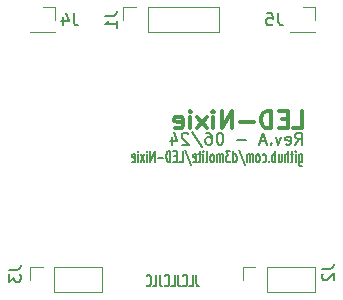
<source format=gbr>
%TF.GenerationSoftware,KiCad,Pcbnew,8.0.3*%
%TF.CreationDate,2024-07-13T20:36:06+02:00*%
%TF.ProjectId,Led Nixie,4c656420-4e69-4786-9965-2e6b69636164,rev?*%
%TF.SameCoordinates,Original*%
%TF.FileFunction,Legend,Bot*%
%TF.FilePolarity,Positive*%
%FSLAX46Y46*%
G04 Gerber Fmt 4.6, Leading zero omitted, Abs format (unit mm)*
G04 Created by KiCad (PCBNEW 8.0.3) date 2024-07-13 20:36:06*
%MOMM*%
%LPD*%
G01*
G04 APERTURE LIST*
%ADD10C,0.300000*%
%ADD11C,0.150000*%
%ADD12C,0.120000*%
G04 APERTURE END LIST*
D10*
X110231203Y-38200828D02*
X110945489Y-38200828D01*
X110945489Y-38200828D02*
X110945489Y-36700828D01*
X109731203Y-37415114D02*
X109231203Y-37415114D01*
X109016917Y-38200828D02*
X109731203Y-38200828D01*
X109731203Y-38200828D02*
X109731203Y-36700828D01*
X109731203Y-36700828D02*
X109016917Y-36700828D01*
X108374060Y-38200828D02*
X108374060Y-36700828D01*
X108374060Y-36700828D02*
X108016917Y-36700828D01*
X108016917Y-36700828D02*
X107802631Y-36772257D01*
X107802631Y-36772257D02*
X107659774Y-36915114D01*
X107659774Y-36915114D02*
X107588345Y-37057971D01*
X107588345Y-37057971D02*
X107516917Y-37343685D01*
X107516917Y-37343685D02*
X107516917Y-37557971D01*
X107516917Y-37557971D02*
X107588345Y-37843685D01*
X107588345Y-37843685D02*
X107659774Y-37986542D01*
X107659774Y-37986542D02*
X107802631Y-38129400D01*
X107802631Y-38129400D02*
X108016917Y-38200828D01*
X108016917Y-38200828D02*
X108374060Y-38200828D01*
X106874060Y-37629400D02*
X105731203Y-37629400D01*
X105016917Y-38200828D02*
X105016917Y-36700828D01*
X105016917Y-36700828D02*
X104159774Y-38200828D01*
X104159774Y-38200828D02*
X104159774Y-36700828D01*
X103445488Y-38200828D02*
X103445488Y-37200828D01*
X103445488Y-36700828D02*
X103516916Y-36772257D01*
X103516916Y-36772257D02*
X103445488Y-36843685D01*
X103445488Y-36843685D02*
X103374059Y-36772257D01*
X103374059Y-36772257D02*
X103445488Y-36700828D01*
X103445488Y-36700828D02*
X103445488Y-36843685D01*
X102874059Y-38200828D02*
X102088345Y-37200828D01*
X102874059Y-37200828D02*
X102088345Y-38200828D01*
X101516916Y-38200828D02*
X101516916Y-37200828D01*
X101516916Y-36700828D02*
X101588344Y-36772257D01*
X101588344Y-36772257D02*
X101516916Y-36843685D01*
X101516916Y-36843685D02*
X101445487Y-36772257D01*
X101445487Y-36772257D02*
X101516916Y-36700828D01*
X101516916Y-36700828D02*
X101516916Y-36843685D01*
X100231201Y-38129400D02*
X100374058Y-38200828D01*
X100374058Y-38200828D02*
X100659773Y-38200828D01*
X100659773Y-38200828D02*
X100802630Y-38129400D01*
X100802630Y-38129400D02*
X100874058Y-37986542D01*
X100874058Y-37986542D02*
X100874058Y-37415114D01*
X100874058Y-37415114D02*
X100802630Y-37272257D01*
X100802630Y-37272257D02*
X100659773Y-37200828D01*
X100659773Y-37200828D02*
X100374058Y-37200828D01*
X100374058Y-37200828D02*
X100231201Y-37272257D01*
X100231201Y-37272257D02*
X100159773Y-37415114D01*
X100159773Y-37415114D02*
X100159773Y-37557971D01*
X100159773Y-37557971D02*
X100874058Y-37700828D01*
D11*
X110391792Y-39569819D02*
X110725125Y-39093628D01*
X110963220Y-39569819D02*
X110963220Y-38569819D01*
X110963220Y-38569819D02*
X110582268Y-38569819D01*
X110582268Y-38569819D02*
X110487030Y-38617438D01*
X110487030Y-38617438D02*
X110439411Y-38665057D01*
X110439411Y-38665057D02*
X110391792Y-38760295D01*
X110391792Y-38760295D02*
X110391792Y-38903152D01*
X110391792Y-38903152D02*
X110439411Y-38998390D01*
X110439411Y-38998390D02*
X110487030Y-39046009D01*
X110487030Y-39046009D02*
X110582268Y-39093628D01*
X110582268Y-39093628D02*
X110963220Y-39093628D01*
X109582268Y-39522200D02*
X109677506Y-39569819D01*
X109677506Y-39569819D02*
X109867982Y-39569819D01*
X109867982Y-39569819D02*
X109963220Y-39522200D01*
X109963220Y-39522200D02*
X110010839Y-39426961D01*
X110010839Y-39426961D02*
X110010839Y-39046009D01*
X110010839Y-39046009D02*
X109963220Y-38950771D01*
X109963220Y-38950771D02*
X109867982Y-38903152D01*
X109867982Y-38903152D02*
X109677506Y-38903152D01*
X109677506Y-38903152D02*
X109582268Y-38950771D01*
X109582268Y-38950771D02*
X109534649Y-39046009D01*
X109534649Y-39046009D02*
X109534649Y-39141247D01*
X109534649Y-39141247D02*
X110010839Y-39236485D01*
X109201315Y-38903152D02*
X108963220Y-39569819D01*
X108963220Y-39569819D02*
X108725125Y-38903152D01*
X108344172Y-39474580D02*
X108296553Y-39522200D01*
X108296553Y-39522200D02*
X108344172Y-39569819D01*
X108344172Y-39569819D02*
X108391791Y-39522200D01*
X108391791Y-39522200D02*
X108344172Y-39474580D01*
X108344172Y-39474580D02*
X108344172Y-39569819D01*
X107915601Y-39284104D02*
X107439411Y-39284104D01*
X108010839Y-39569819D02*
X107677506Y-38569819D01*
X107677506Y-38569819D02*
X107344173Y-39569819D01*
X106248934Y-39188866D02*
X105487030Y-39188866D01*
X104058458Y-38569819D02*
X103963220Y-38569819D01*
X103963220Y-38569819D02*
X103867982Y-38617438D01*
X103867982Y-38617438D02*
X103820363Y-38665057D01*
X103820363Y-38665057D02*
X103772744Y-38760295D01*
X103772744Y-38760295D02*
X103725125Y-38950771D01*
X103725125Y-38950771D02*
X103725125Y-39188866D01*
X103725125Y-39188866D02*
X103772744Y-39379342D01*
X103772744Y-39379342D02*
X103820363Y-39474580D01*
X103820363Y-39474580D02*
X103867982Y-39522200D01*
X103867982Y-39522200D02*
X103963220Y-39569819D01*
X103963220Y-39569819D02*
X104058458Y-39569819D01*
X104058458Y-39569819D02*
X104153696Y-39522200D01*
X104153696Y-39522200D02*
X104201315Y-39474580D01*
X104201315Y-39474580D02*
X104248934Y-39379342D01*
X104248934Y-39379342D02*
X104296553Y-39188866D01*
X104296553Y-39188866D02*
X104296553Y-38950771D01*
X104296553Y-38950771D02*
X104248934Y-38760295D01*
X104248934Y-38760295D02*
X104201315Y-38665057D01*
X104201315Y-38665057D02*
X104153696Y-38617438D01*
X104153696Y-38617438D02*
X104058458Y-38569819D01*
X102867982Y-38569819D02*
X103058458Y-38569819D01*
X103058458Y-38569819D02*
X103153696Y-38617438D01*
X103153696Y-38617438D02*
X103201315Y-38665057D01*
X103201315Y-38665057D02*
X103296553Y-38807914D01*
X103296553Y-38807914D02*
X103344172Y-38998390D01*
X103344172Y-38998390D02*
X103344172Y-39379342D01*
X103344172Y-39379342D02*
X103296553Y-39474580D01*
X103296553Y-39474580D02*
X103248934Y-39522200D01*
X103248934Y-39522200D02*
X103153696Y-39569819D01*
X103153696Y-39569819D02*
X102963220Y-39569819D01*
X102963220Y-39569819D02*
X102867982Y-39522200D01*
X102867982Y-39522200D02*
X102820363Y-39474580D01*
X102820363Y-39474580D02*
X102772744Y-39379342D01*
X102772744Y-39379342D02*
X102772744Y-39141247D01*
X102772744Y-39141247D02*
X102820363Y-39046009D01*
X102820363Y-39046009D02*
X102867982Y-38998390D01*
X102867982Y-38998390D02*
X102963220Y-38950771D01*
X102963220Y-38950771D02*
X103153696Y-38950771D01*
X103153696Y-38950771D02*
X103248934Y-38998390D01*
X103248934Y-38998390D02*
X103296553Y-39046009D01*
X103296553Y-39046009D02*
X103344172Y-39141247D01*
X101629887Y-38522200D02*
X102487029Y-39807914D01*
X101344172Y-38665057D02*
X101296553Y-38617438D01*
X101296553Y-38617438D02*
X101201315Y-38569819D01*
X101201315Y-38569819D02*
X100963220Y-38569819D01*
X100963220Y-38569819D02*
X100867982Y-38617438D01*
X100867982Y-38617438D02*
X100820363Y-38665057D01*
X100820363Y-38665057D02*
X100772744Y-38760295D01*
X100772744Y-38760295D02*
X100772744Y-38855533D01*
X100772744Y-38855533D02*
X100820363Y-38998390D01*
X100820363Y-38998390D02*
X101391791Y-39569819D01*
X101391791Y-39569819D02*
X100772744Y-39569819D01*
X99915601Y-38903152D02*
X99915601Y-39569819D01*
X100153696Y-38522200D02*
X100391791Y-39236485D01*
X100391791Y-39236485D02*
X99772744Y-39236485D01*
X101999999Y-50569819D02*
X101999999Y-51284104D01*
X101999999Y-51284104D02*
X102028570Y-51426961D01*
X102028570Y-51426961D02*
X102085713Y-51522200D01*
X102085713Y-51522200D02*
X102171427Y-51569819D01*
X102171427Y-51569819D02*
X102228570Y-51569819D01*
X101428570Y-51569819D02*
X101714284Y-51569819D01*
X101714284Y-51569819D02*
X101714284Y-50569819D01*
X100885713Y-51474580D02*
X100914285Y-51522200D01*
X100914285Y-51522200D02*
X100999999Y-51569819D01*
X100999999Y-51569819D02*
X101057142Y-51569819D01*
X101057142Y-51569819D02*
X101142856Y-51522200D01*
X101142856Y-51522200D02*
X101199999Y-51426961D01*
X101199999Y-51426961D02*
X101228570Y-51331723D01*
X101228570Y-51331723D02*
X101257142Y-51141247D01*
X101257142Y-51141247D02*
X101257142Y-50998390D01*
X101257142Y-50998390D02*
X101228570Y-50807914D01*
X101228570Y-50807914D02*
X101199999Y-50712676D01*
X101199999Y-50712676D02*
X101142856Y-50617438D01*
X101142856Y-50617438D02*
X101057142Y-50569819D01*
X101057142Y-50569819D02*
X100999999Y-50569819D01*
X100999999Y-50569819D02*
X100914285Y-50617438D01*
X100914285Y-50617438D02*
X100885713Y-50665057D01*
X100457142Y-50569819D02*
X100457142Y-51284104D01*
X100457142Y-51284104D02*
X100485713Y-51426961D01*
X100485713Y-51426961D02*
X100542856Y-51522200D01*
X100542856Y-51522200D02*
X100628570Y-51569819D01*
X100628570Y-51569819D02*
X100685713Y-51569819D01*
X99885713Y-51569819D02*
X100171427Y-51569819D01*
X100171427Y-51569819D02*
X100171427Y-50569819D01*
X99342856Y-51474580D02*
X99371428Y-51522200D01*
X99371428Y-51522200D02*
X99457142Y-51569819D01*
X99457142Y-51569819D02*
X99514285Y-51569819D01*
X99514285Y-51569819D02*
X99599999Y-51522200D01*
X99599999Y-51522200D02*
X99657142Y-51426961D01*
X99657142Y-51426961D02*
X99685713Y-51331723D01*
X99685713Y-51331723D02*
X99714285Y-51141247D01*
X99714285Y-51141247D02*
X99714285Y-50998390D01*
X99714285Y-50998390D02*
X99685713Y-50807914D01*
X99685713Y-50807914D02*
X99657142Y-50712676D01*
X99657142Y-50712676D02*
X99599999Y-50617438D01*
X99599999Y-50617438D02*
X99514285Y-50569819D01*
X99514285Y-50569819D02*
X99457142Y-50569819D01*
X99457142Y-50569819D02*
X99371428Y-50617438D01*
X99371428Y-50617438D02*
X99342856Y-50665057D01*
X98914285Y-50569819D02*
X98914285Y-51284104D01*
X98914285Y-51284104D02*
X98942856Y-51426961D01*
X98942856Y-51426961D02*
X98999999Y-51522200D01*
X98999999Y-51522200D02*
X99085713Y-51569819D01*
X99085713Y-51569819D02*
X99142856Y-51569819D01*
X98342856Y-51569819D02*
X98628570Y-51569819D01*
X98628570Y-51569819D02*
X98628570Y-50569819D01*
X97799999Y-51474580D02*
X97828571Y-51522200D01*
X97828571Y-51522200D02*
X97914285Y-51569819D01*
X97914285Y-51569819D02*
X97971428Y-51569819D01*
X97971428Y-51569819D02*
X98057142Y-51522200D01*
X98057142Y-51522200D02*
X98114285Y-51426961D01*
X98114285Y-51426961D02*
X98142856Y-51331723D01*
X98142856Y-51331723D02*
X98171428Y-51141247D01*
X98171428Y-51141247D02*
X98171428Y-50998390D01*
X98171428Y-50998390D02*
X98142856Y-50807914D01*
X98142856Y-50807914D02*
X98114285Y-50712676D01*
X98114285Y-50712676D02*
X98057142Y-50617438D01*
X98057142Y-50617438D02*
X97971428Y-50569819D01*
X97971428Y-50569819D02*
X97914285Y-50569819D01*
X97914285Y-50569819D02*
X97828571Y-50617438D01*
X97828571Y-50617438D02*
X97799999Y-50665057D01*
X110701316Y-40403152D02*
X110701316Y-41212676D01*
X110701316Y-41212676D02*
X110729887Y-41307914D01*
X110729887Y-41307914D02*
X110758458Y-41355533D01*
X110758458Y-41355533D02*
X110815601Y-41403152D01*
X110815601Y-41403152D02*
X110901316Y-41403152D01*
X110901316Y-41403152D02*
X110958458Y-41355533D01*
X110701316Y-41022200D02*
X110758458Y-41069819D01*
X110758458Y-41069819D02*
X110872744Y-41069819D01*
X110872744Y-41069819D02*
X110929887Y-41022200D01*
X110929887Y-41022200D02*
X110958458Y-40974580D01*
X110958458Y-40974580D02*
X110987030Y-40879342D01*
X110987030Y-40879342D02*
X110987030Y-40593628D01*
X110987030Y-40593628D02*
X110958458Y-40498390D01*
X110958458Y-40498390D02*
X110929887Y-40450771D01*
X110929887Y-40450771D02*
X110872744Y-40403152D01*
X110872744Y-40403152D02*
X110758458Y-40403152D01*
X110758458Y-40403152D02*
X110701316Y-40450771D01*
X110415601Y-41069819D02*
X110415601Y-40403152D01*
X110415601Y-40069819D02*
X110444173Y-40117438D01*
X110444173Y-40117438D02*
X110415601Y-40165057D01*
X110415601Y-40165057D02*
X110387030Y-40117438D01*
X110387030Y-40117438D02*
X110415601Y-40069819D01*
X110415601Y-40069819D02*
X110415601Y-40165057D01*
X110215602Y-40403152D02*
X109987030Y-40403152D01*
X110129887Y-40069819D02*
X110129887Y-40926961D01*
X110129887Y-40926961D02*
X110101316Y-41022200D01*
X110101316Y-41022200D02*
X110044173Y-41069819D01*
X110044173Y-41069819D02*
X109987030Y-41069819D01*
X109787030Y-41069819D02*
X109787030Y-40069819D01*
X109529888Y-41069819D02*
X109529888Y-40546009D01*
X109529888Y-40546009D02*
X109558459Y-40450771D01*
X109558459Y-40450771D02*
X109615602Y-40403152D01*
X109615602Y-40403152D02*
X109701316Y-40403152D01*
X109701316Y-40403152D02*
X109758459Y-40450771D01*
X109758459Y-40450771D02*
X109787030Y-40498390D01*
X108987031Y-40403152D02*
X108987031Y-41069819D01*
X109244173Y-40403152D02*
X109244173Y-40926961D01*
X109244173Y-40926961D02*
X109215602Y-41022200D01*
X109215602Y-41022200D02*
X109158459Y-41069819D01*
X109158459Y-41069819D02*
X109072745Y-41069819D01*
X109072745Y-41069819D02*
X109015602Y-41022200D01*
X109015602Y-41022200D02*
X108987031Y-40974580D01*
X108701316Y-41069819D02*
X108701316Y-40069819D01*
X108701316Y-40450771D02*
X108644174Y-40403152D01*
X108644174Y-40403152D02*
X108529888Y-40403152D01*
X108529888Y-40403152D02*
X108472745Y-40450771D01*
X108472745Y-40450771D02*
X108444174Y-40498390D01*
X108444174Y-40498390D02*
X108415602Y-40593628D01*
X108415602Y-40593628D02*
X108415602Y-40879342D01*
X108415602Y-40879342D02*
X108444174Y-40974580D01*
X108444174Y-40974580D02*
X108472745Y-41022200D01*
X108472745Y-41022200D02*
X108529888Y-41069819D01*
X108529888Y-41069819D02*
X108644174Y-41069819D01*
X108644174Y-41069819D02*
X108701316Y-41022200D01*
X108158459Y-40974580D02*
X108129888Y-41022200D01*
X108129888Y-41022200D02*
X108158459Y-41069819D01*
X108158459Y-41069819D02*
X108187031Y-41022200D01*
X108187031Y-41022200D02*
X108158459Y-40974580D01*
X108158459Y-40974580D02*
X108158459Y-41069819D01*
X107615603Y-41022200D02*
X107672745Y-41069819D01*
X107672745Y-41069819D02*
X107787031Y-41069819D01*
X107787031Y-41069819D02*
X107844174Y-41022200D01*
X107844174Y-41022200D02*
X107872745Y-40974580D01*
X107872745Y-40974580D02*
X107901317Y-40879342D01*
X107901317Y-40879342D02*
X107901317Y-40593628D01*
X107901317Y-40593628D02*
X107872745Y-40498390D01*
X107872745Y-40498390D02*
X107844174Y-40450771D01*
X107844174Y-40450771D02*
X107787031Y-40403152D01*
X107787031Y-40403152D02*
X107672745Y-40403152D01*
X107672745Y-40403152D02*
X107615603Y-40450771D01*
X107272745Y-41069819D02*
X107329888Y-41022200D01*
X107329888Y-41022200D02*
X107358459Y-40974580D01*
X107358459Y-40974580D02*
X107387031Y-40879342D01*
X107387031Y-40879342D02*
X107387031Y-40593628D01*
X107387031Y-40593628D02*
X107358459Y-40498390D01*
X107358459Y-40498390D02*
X107329888Y-40450771D01*
X107329888Y-40450771D02*
X107272745Y-40403152D01*
X107272745Y-40403152D02*
X107187031Y-40403152D01*
X107187031Y-40403152D02*
X107129888Y-40450771D01*
X107129888Y-40450771D02*
X107101317Y-40498390D01*
X107101317Y-40498390D02*
X107072745Y-40593628D01*
X107072745Y-40593628D02*
X107072745Y-40879342D01*
X107072745Y-40879342D02*
X107101317Y-40974580D01*
X107101317Y-40974580D02*
X107129888Y-41022200D01*
X107129888Y-41022200D02*
X107187031Y-41069819D01*
X107187031Y-41069819D02*
X107272745Y-41069819D01*
X106815602Y-41069819D02*
X106815602Y-40403152D01*
X106815602Y-40498390D02*
X106787031Y-40450771D01*
X106787031Y-40450771D02*
X106729888Y-40403152D01*
X106729888Y-40403152D02*
X106644174Y-40403152D01*
X106644174Y-40403152D02*
X106587031Y-40450771D01*
X106587031Y-40450771D02*
X106558460Y-40546009D01*
X106558460Y-40546009D02*
X106558460Y-41069819D01*
X106558460Y-40546009D02*
X106529888Y-40450771D01*
X106529888Y-40450771D02*
X106472745Y-40403152D01*
X106472745Y-40403152D02*
X106387031Y-40403152D01*
X106387031Y-40403152D02*
X106329888Y-40450771D01*
X106329888Y-40450771D02*
X106301317Y-40546009D01*
X106301317Y-40546009D02*
X106301317Y-41069819D01*
X105587031Y-40022200D02*
X106101317Y-41307914D01*
X105129889Y-41069819D02*
X105129889Y-40069819D01*
X105129889Y-41022200D02*
X105187031Y-41069819D01*
X105187031Y-41069819D02*
X105301317Y-41069819D01*
X105301317Y-41069819D02*
X105358460Y-41022200D01*
X105358460Y-41022200D02*
X105387031Y-40974580D01*
X105387031Y-40974580D02*
X105415603Y-40879342D01*
X105415603Y-40879342D02*
X105415603Y-40593628D01*
X105415603Y-40593628D02*
X105387031Y-40498390D01*
X105387031Y-40498390D02*
X105358460Y-40450771D01*
X105358460Y-40450771D02*
X105301317Y-40403152D01*
X105301317Y-40403152D02*
X105187031Y-40403152D01*
X105187031Y-40403152D02*
X105129889Y-40450771D01*
X104901317Y-40069819D02*
X104529889Y-40069819D01*
X104529889Y-40069819D02*
X104729889Y-40450771D01*
X104729889Y-40450771D02*
X104644174Y-40450771D01*
X104644174Y-40450771D02*
X104587032Y-40498390D01*
X104587032Y-40498390D02*
X104558460Y-40546009D01*
X104558460Y-40546009D02*
X104529889Y-40641247D01*
X104529889Y-40641247D02*
X104529889Y-40879342D01*
X104529889Y-40879342D02*
X104558460Y-40974580D01*
X104558460Y-40974580D02*
X104587032Y-41022200D01*
X104587032Y-41022200D02*
X104644174Y-41069819D01*
X104644174Y-41069819D02*
X104815603Y-41069819D01*
X104815603Y-41069819D02*
X104872746Y-41022200D01*
X104872746Y-41022200D02*
X104901317Y-40974580D01*
X104272745Y-41069819D02*
X104272745Y-40403152D01*
X104272745Y-40498390D02*
X104244174Y-40450771D01*
X104244174Y-40450771D02*
X104187031Y-40403152D01*
X104187031Y-40403152D02*
X104101317Y-40403152D01*
X104101317Y-40403152D02*
X104044174Y-40450771D01*
X104044174Y-40450771D02*
X104015603Y-40546009D01*
X104015603Y-40546009D02*
X104015603Y-41069819D01*
X104015603Y-40546009D02*
X103987031Y-40450771D01*
X103987031Y-40450771D02*
X103929888Y-40403152D01*
X103929888Y-40403152D02*
X103844174Y-40403152D01*
X103844174Y-40403152D02*
X103787031Y-40450771D01*
X103787031Y-40450771D02*
X103758460Y-40546009D01*
X103758460Y-40546009D02*
X103758460Y-41069819D01*
X103387031Y-41069819D02*
X103444174Y-41022200D01*
X103444174Y-41022200D02*
X103472745Y-40974580D01*
X103472745Y-40974580D02*
X103501317Y-40879342D01*
X103501317Y-40879342D02*
X103501317Y-40593628D01*
X103501317Y-40593628D02*
X103472745Y-40498390D01*
X103472745Y-40498390D02*
X103444174Y-40450771D01*
X103444174Y-40450771D02*
X103387031Y-40403152D01*
X103387031Y-40403152D02*
X103301317Y-40403152D01*
X103301317Y-40403152D02*
X103244174Y-40450771D01*
X103244174Y-40450771D02*
X103215603Y-40498390D01*
X103215603Y-40498390D02*
X103187031Y-40593628D01*
X103187031Y-40593628D02*
X103187031Y-40879342D01*
X103187031Y-40879342D02*
X103215603Y-40974580D01*
X103215603Y-40974580D02*
X103244174Y-41022200D01*
X103244174Y-41022200D02*
X103301317Y-41069819D01*
X103301317Y-41069819D02*
X103387031Y-41069819D01*
X102844174Y-41069819D02*
X102901317Y-41022200D01*
X102901317Y-41022200D02*
X102929888Y-40926961D01*
X102929888Y-40926961D02*
X102929888Y-40069819D01*
X102615602Y-41069819D02*
X102615602Y-40403152D01*
X102615602Y-40069819D02*
X102644174Y-40117438D01*
X102644174Y-40117438D02*
X102615602Y-40165057D01*
X102615602Y-40165057D02*
X102587031Y-40117438D01*
X102587031Y-40117438D02*
X102615602Y-40069819D01*
X102615602Y-40069819D02*
X102615602Y-40165057D01*
X102415603Y-40403152D02*
X102187031Y-40403152D01*
X102329888Y-40069819D02*
X102329888Y-40926961D01*
X102329888Y-40926961D02*
X102301317Y-41022200D01*
X102301317Y-41022200D02*
X102244174Y-41069819D01*
X102244174Y-41069819D02*
X102187031Y-41069819D01*
X101758460Y-41022200D02*
X101815603Y-41069819D01*
X101815603Y-41069819D02*
X101929889Y-41069819D01*
X101929889Y-41069819D02*
X101987031Y-41022200D01*
X101987031Y-41022200D02*
X102015603Y-40926961D01*
X102015603Y-40926961D02*
X102015603Y-40546009D01*
X102015603Y-40546009D02*
X101987031Y-40450771D01*
X101987031Y-40450771D02*
X101929889Y-40403152D01*
X101929889Y-40403152D02*
X101815603Y-40403152D01*
X101815603Y-40403152D02*
X101758460Y-40450771D01*
X101758460Y-40450771D02*
X101729889Y-40546009D01*
X101729889Y-40546009D02*
X101729889Y-40641247D01*
X101729889Y-40641247D02*
X102015603Y-40736485D01*
X101044174Y-40022200D02*
X101558460Y-41307914D01*
X100558460Y-41069819D02*
X100844174Y-41069819D01*
X100844174Y-41069819D02*
X100844174Y-40069819D01*
X100358460Y-40546009D02*
X100158460Y-40546009D01*
X100072746Y-41069819D02*
X100358460Y-41069819D01*
X100358460Y-41069819D02*
X100358460Y-40069819D01*
X100358460Y-40069819D02*
X100072746Y-40069819D01*
X99815603Y-41069819D02*
X99815603Y-40069819D01*
X99815603Y-40069819D02*
X99672746Y-40069819D01*
X99672746Y-40069819D02*
X99587032Y-40117438D01*
X99587032Y-40117438D02*
X99529889Y-40212676D01*
X99529889Y-40212676D02*
X99501318Y-40307914D01*
X99501318Y-40307914D02*
X99472746Y-40498390D01*
X99472746Y-40498390D02*
X99472746Y-40641247D01*
X99472746Y-40641247D02*
X99501318Y-40831723D01*
X99501318Y-40831723D02*
X99529889Y-40926961D01*
X99529889Y-40926961D02*
X99587032Y-41022200D01*
X99587032Y-41022200D02*
X99672746Y-41069819D01*
X99672746Y-41069819D02*
X99815603Y-41069819D01*
X99215603Y-40688866D02*
X98758461Y-40688866D01*
X98472746Y-41069819D02*
X98472746Y-40069819D01*
X98472746Y-40069819D02*
X98129889Y-41069819D01*
X98129889Y-41069819D02*
X98129889Y-40069819D01*
X97844175Y-41069819D02*
X97844175Y-40403152D01*
X97844175Y-40069819D02*
X97872747Y-40117438D01*
X97872747Y-40117438D02*
X97844175Y-40165057D01*
X97844175Y-40165057D02*
X97815604Y-40117438D01*
X97815604Y-40117438D02*
X97844175Y-40069819D01*
X97844175Y-40069819D02*
X97844175Y-40165057D01*
X97615604Y-41069819D02*
X97301319Y-40403152D01*
X97615604Y-40403152D02*
X97301319Y-41069819D01*
X97072747Y-41069819D02*
X97072747Y-40403152D01*
X97072747Y-40069819D02*
X97101319Y-40117438D01*
X97101319Y-40117438D02*
X97072747Y-40165057D01*
X97072747Y-40165057D02*
X97044176Y-40117438D01*
X97044176Y-40117438D02*
X97072747Y-40069819D01*
X97072747Y-40069819D02*
X97072747Y-40165057D01*
X96558462Y-41022200D02*
X96615605Y-41069819D01*
X96615605Y-41069819D02*
X96729891Y-41069819D01*
X96729891Y-41069819D02*
X96787033Y-41022200D01*
X96787033Y-41022200D02*
X96815605Y-40926961D01*
X96815605Y-40926961D02*
X96815605Y-40546009D01*
X96815605Y-40546009D02*
X96787033Y-40450771D01*
X96787033Y-40450771D02*
X96729891Y-40403152D01*
X96729891Y-40403152D02*
X96615605Y-40403152D01*
X96615605Y-40403152D02*
X96558462Y-40450771D01*
X96558462Y-40450771D02*
X96529891Y-40546009D01*
X96529891Y-40546009D02*
X96529891Y-40641247D01*
X96529891Y-40641247D02*
X96815605Y-40736485D01*
X112654819Y-50066666D02*
X113369104Y-50066666D01*
X113369104Y-50066666D02*
X113511961Y-50019047D01*
X113511961Y-50019047D02*
X113607200Y-49923809D01*
X113607200Y-49923809D02*
X113654819Y-49780952D01*
X113654819Y-49780952D02*
X113654819Y-49685714D01*
X112750057Y-50495238D02*
X112702438Y-50542857D01*
X112702438Y-50542857D02*
X112654819Y-50638095D01*
X112654819Y-50638095D02*
X112654819Y-50876190D01*
X112654819Y-50876190D02*
X112702438Y-50971428D01*
X112702438Y-50971428D02*
X112750057Y-51019047D01*
X112750057Y-51019047D02*
X112845295Y-51066666D01*
X112845295Y-51066666D02*
X112940533Y-51066666D01*
X112940533Y-51066666D02*
X113083390Y-51019047D01*
X113083390Y-51019047D02*
X113654819Y-50447619D01*
X113654819Y-50447619D02*
X113654819Y-51066666D01*
X86154819Y-50166666D02*
X86869104Y-50166666D01*
X86869104Y-50166666D02*
X87011961Y-50119047D01*
X87011961Y-50119047D02*
X87107200Y-50023809D01*
X87107200Y-50023809D02*
X87154819Y-49880952D01*
X87154819Y-49880952D02*
X87154819Y-49785714D01*
X86154819Y-50547619D02*
X86154819Y-51166666D01*
X86154819Y-51166666D02*
X86535771Y-50833333D01*
X86535771Y-50833333D02*
X86535771Y-50976190D01*
X86535771Y-50976190D02*
X86583390Y-51071428D01*
X86583390Y-51071428D02*
X86631009Y-51119047D01*
X86631009Y-51119047D02*
X86726247Y-51166666D01*
X86726247Y-51166666D02*
X86964342Y-51166666D01*
X86964342Y-51166666D02*
X87059580Y-51119047D01*
X87059580Y-51119047D02*
X87107200Y-51071428D01*
X87107200Y-51071428D02*
X87154819Y-50976190D01*
X87154819Y-50976190D02*
X87154819Y-50690476D01*
X87154819Y-50690476D02*
X87107200Y-50595238D01*
X87107200Y-50595238D02*
X87059580Y-50547619D01*
X91633333Y-28454819D02*
X91633333Y-29169104D01*
X91633333Y-29169104D02*
X91680952Y-29311961D01*
X91680952Y-29311961D02*
X91776190Y-29407200D01*
X91776190Y-29407200D02*
X91919047Y-29454819D01*
X91919047Y-29454819D02*
X92014285Y-29454819D01*
X90728571Y-28788152D02*
X90728571Y-29454819D01*
X90966666Y-28407200D02*
X91204761Y-29121485D01*
X91204761Y-29121485D02*
X90585714Y-29121485D01*
X94294819Y-28666666D02*
X95009104Y-28666666D01*
X95009104Y-28666666D02*
X95151961Y-28619047D01*
X95151961Y-28619047D02*
X95247200Y-28523809D01*
X95247200Y-28523809D02*
X95294819Y-28380952D01*
X95294819Y-28380952D02*
X95294819Y-28285714D01*
X95294819Y-29666666D02*
X95294819Y-29095238D01*
X95294819Y-29380952D02*
X94294819Y-29380952D01*
X94294819Y-29380952D02*
X94437676Y-29285714D01*
X94437676Y-29285714D02*
X94532914Y-29190476D01*
X94532914Y-29190476D02*
X94580533Y-29095238D01*
X108933333Y-28454819D02*
X108933333Y-29169104D01*
X108933333Y-29169104D02*
X108980952Y-29311961D01*
X108980952Y-29311961D02*
X109076190Y-29407200D01*
X109076190Y-29407200D02*
X109219047Y-29454819D01*
X109219047Y-29454819D02*
X109314285Y-29454819D01*
X107980952Y-28454819D02*
X108457142Y-28454819D01*
X108457142Y-28454819D02*
X108504761Y-28931009D01*
X108504761Y-28931009D02*
X108457142Y-28883390D01*
X108457142Y-28883390D02*
X108361904Y-28835771D01*
X108361904Y-28835771D02*
X108123809Y-28835771D01*
X108123809Y-28835771D02*
X108028571Y-28883390D01*
X108028571Y-28883390D02*
X107980952Y-28931009D01*
X107980952Y-28931009D02*
X107933333Y-29026247D01*
X107933333Y-29026247D02*
X107933333Y-29264342D01*
X107933333Y-29264342D02*
X107980952Y-29359580D01*
X107980952Y-29359580D02*
X108028571Y-29407200D01*
X108028571Y-29407200D02*
X108123809Y-29454819D01*
X108123809Y-29454819D02*
X108361904Y-29454819D01*
X108361904Y-29454819D02*
X108457142Y-29407200D01*
X108457142Y-29407200D02*
X108504761Y-29359580D01*
D12*
%TO.C,J2*%
X105940000Y-49940000D02*
X107000000Y-49940000D01*
X105940000Y-51000000D02*
X105940000Y-49940000D01*
X108000000Y-52060000D02*
X108000000Y-49940000D01*
X112060000Y-49940000D02*
X108000000Y-49940000D01*
X112060000Y-52060000D02*
X108000000Y-52060000D01*
X112060000Y-52060000D02*
X112060000Y-49940000D01*
%TO.C,J3*%
X87940000Y-49940000D02*
X89000000Y-49940000D01*
X87940000Y-51000000D02*
X87940000Y-49940000D01*
X90000000Y-52060000D02*
X90000000Y-49940000D01*
X94060000Y-49940000D02*
X90000000Y-49940000D01*
X94060000Y-52060000D02*
X90000000Y-52060000D01*
X94060000Y-52060000D02*
X94060000Y-49940000D01*
%TO.C,J4*%
X87940000Y-30000000D02*
X90060000Y-30000000D01*
X87940000Y-30060000D02*
X87940000Y-30000000D01*
X87940000Y-30060000D02*
X90060000Y-30060000D01*
X89000000Y-27940000D02*
X90060000Y-27940000D01*
X90060000Y-27940000D02*
X90060000Y-29000000D01*
X90060000Y-30060000D02*
X90060000Y-30000000D01*
%TO.C,J1*%
X95840000Y-27940000D02*
X96900000Y-27940000D01*
X95840000Y-29000000D02*
X95840000Y-27940000D01*
X97900000Y-30060000D02*
X97900000Y-27940000D01*
X103960000Y-27940000D02*
X97900000Y-27940000D01*
X103960000Y-30060000D02*
X97900000Y-30060000D01*
X103960000Y-30060000D02*
X103960000Y-27940000D01*
%TO.C,J5*%
X109940000Y-30000000D02*
X112060000Y-30000000D01*
X109940000Y-30060000D02*
X109940000Y-30000000D01*
X109940000Y-30060000D02*
X112060000Y-30060000D01*
X111000000Y-27940000D02*
X112060000Y-27940000D01*
X112060000Y-27940000D02*
X112060000Y-29000000D01*
X112060000Y-30060000D02*
X112060000Y-30000000D01*
%TD*%
M02*

</source>
